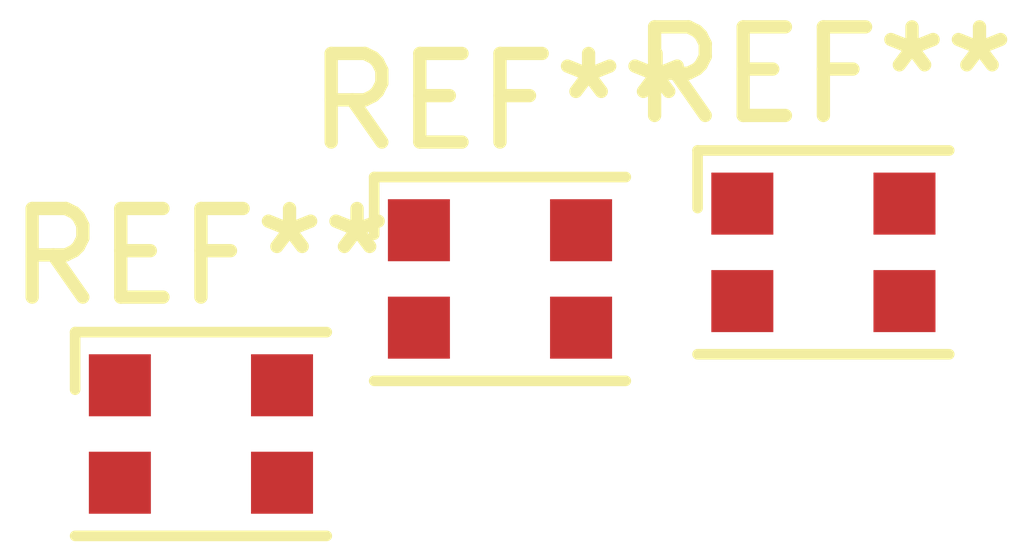
<source format=kicad_pcb>
(kicad_pcb (version 20221018) (generator pcbnew)
  (layers (0 "F.Cu" signal) (31 "B.Cu" signal) (34 "B.Paste" user) (35 "F.Paste" user) (36 "B.SilkS" user "B.Silkscreen") (37 "F.SilkS" user "F.Silkscreen") (38 "B.Mask" user) (39 "F.Mask" user) (44 "Edge.Cuts" user))
  (net 0 "")
  (footprint "LED_SMD:LED_WS2812B-2020_PLCC4_2.0x2.0mm" (layer "F.Cu") (at 104.725 68.4)
    (fp_text reference "REF**" (at 0 -2) (layer "F.SilkS"))
    (fp_text value "LED_WS2812B-2020_PLCC4_2.0x2.0mm" hide)
    (fp_line (start -1.42 -1.15) (end -1.42 -0.5) (stroke (width 0.12)) (layer "F.SilkS"))
    (fp_line (start -1.42 -1.15) (end 1.42 -1.15) (stroke (width 0.12)) (layer "F.SilkS"))
    (fp_line (start -1.42 1.15) (end 1.42 1.15) (stroke (width 0.12)) (layer "F.SilkS"))
    (pad "1" smd rect (at -0.915 -0.55) (size 0.7 0.7) (layers "F.Cu" "F.Paste" "F.Mask"))
    (pad "2" smd rect (at -0.915 0.55) (size 0.7 0.7) (layers "F.Cu" "F.Paste" "F.Mask"))
    (pad "3" smd rect (at 0.915 0.55) (size 0.7 0.7) (layers "F.Cu" "F.Paste" "F.Mask"))
    (pad "4" smd rect (at 0.915 -0.55) (size 0.7 0.7) (layers "F.Cu" "F.Paste" "F.Mask"))
  )
  (footprint "LED_SMD:LED_WS2812B-2020_PLCC4_2.0x2.0mm" (layer "F.Cu") (at 108.1 66.65)
    (fp_text reference "REF**" (at 0 -2) (layer "F.SilkS"))
    (fp_text value "LED_WS2812B-2020_PLCC4_2.0x2.0mm" hide)
    (fp_line (start -1.42 -1.15) (end -1.42 -0.5) (stroke (width 0.12)) (layer "F.SilkS"))
    (fp_line (start -1.42 -1.15) (end 1.42 -1.15) (stroke (width 0.12)) (layer "F.SilkS"))
    (fp_line (start -1.42 1.15) (end 1.42 1.15) (stroke (width 0.12)) (layer "F.SilkS"))
    (pad "1" smd rect (at -0.915 -0.55) (size 0.7 0.7) (layers "F.Cu" "F.Paste" "F.Mask"))
    (pad "2" smd rect (at -0.915 0.55) (size 0.7 0.7) (layers "F.Cu" "F.Paste" "F.Mask"))
    (pad "3" smd rect (at 0.915 0.55) (size 0.7 0.7) (layers "F.Cu" "F.Paste" "F.Mask"))
    (pad "4" smd rect (at 0.915 -0.55) (size 0.7 0.7) (layers "F.Cu" "F.Paste" "F.Mask"))
  )
  (footprint "LED_SMD:LED_WS2812B-2020_PLCC4_2.0x2.0mm" (layer "F.Cu") (at 111.75 66.35)
    (fp_text reference "REF**" (at 0 -2) (layer "F.SilkS"))
    (fp_text value "LED_WS2812B-2020_PLCC4_2.0x2.0mm" hide)
    (fp_line (start -1.42 -1.15) (end -1.42 -0.5) (stroke (width 0.12)) (layer "F.SilkS"))
    (fp_line (start -1.42 -1.15) (end 1.42 -1.15) (stroke (width 0.12)) (layer "F.SilkS"))
    (fp_line (start -1.42 1.15) (end 1.42 1.15) (stroke (width 0.12)) (layer "F.SilkS"))
    (pad "1" smd rect (at -0.915 -0.55) (size 0.7 0.7) (layers "F.Cu" "F.Paste" "F.Mask"))
    (pad "2" smd rect (at -0.915 0.55) (size 0.7 0.7) (layers "F.Cu" "F.Paste" "F.Mask"))
    (pad "3" smd rect (at 0.915 0.55) (size 0.7 0.7) (layers "F.Cu" "F.Paste" "F.Mask"))
    (pad "4" smd rect (at 0.915 -0.55) (size 0.7 0.7) (layers "F.Cu" "F.Paste" "F.Mask"))
  )
)
</source>
